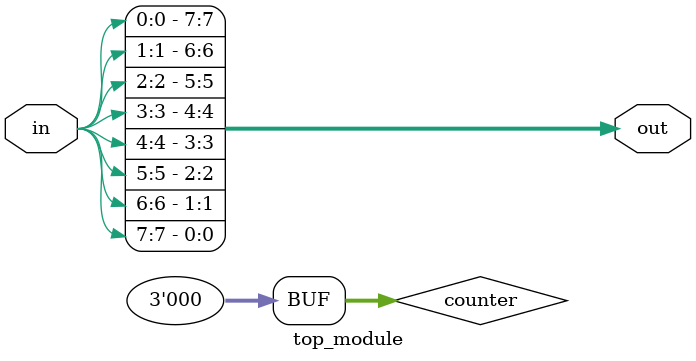
<source format=sv>
module top_module (
	input [7:0] in,
	output [7:0] out
);
	
	// Use a loop to reverse the bit ordering
	// Iterate from MSB to LSB and assign the bits to the output vector in reverse order
	// Keep track of the iteration using a counter variable
	
	// Create a counter variable
	reg [2:0] counter;
	
	always @(*) begin
		// Reverse the bit ordering
		for (counter = 0; counter < 8; counter = counter + 1) begin
			out[counter] = in[7 - counter];
		end
	end
	
endmodule

</source>
